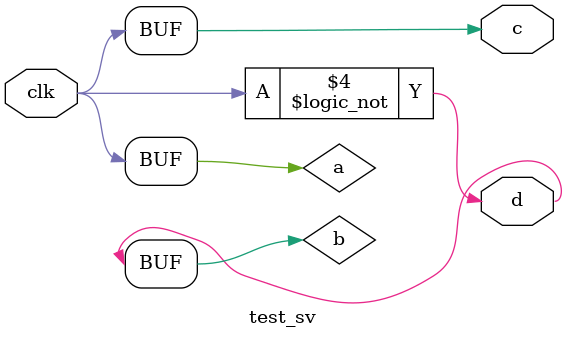
<source format=sv>
interface axi_lite_if();
    parameter DATA_WIDTH = 32;
    parameter ADDR_WIDTH = 12;

    logic RREADY;

    modport master (
        output RREADY
    );

    modport slave (
    // // Global
    // input                               ACLK,
    // input                               ARESETn,

    // // Write address
    // input                           AWVALID,
    // // input   [ADDR_WIDTH-1:0]        AWADDR,
    // // input   [2:0]                   AWPROT,
    // output                          AWREADY,

    // // Write data
    // input                           WVALID,
    // // input   [DATA_WIDTH-1:0]        WDATA,
    // // input   [(DATA_WIDTH/8)-1:0]    WSTRB,
    // output                          WREADY,

    // // Write response
    // output                          BVALID,
    // input                           BREADY,
    // // output  [1:0]                   BRESP,

    // // Read address
    // input                           ARVALID,
    // // input   [ADDR_WIDTH-1:0]        ARADDR,
    // // input   [2:0]                   ARPROT,
    // output                          ARREADY,

    // // Read data
    // output                          RVALID,
    // output  [DATA_WIDTH-1:0]        RDATA,
    // output  [1:0]                   RRESP,
    input                           RREADY
    );
endinterface


module test_sv(
    axi_lite_if.slave s_axil,
    input clk,
    output c, d

);

logic a, b;

assign a = clk;
always @(*) begin
    b = !clk;
end

assign c = a;
assign d = b;

endmodule
</source>
